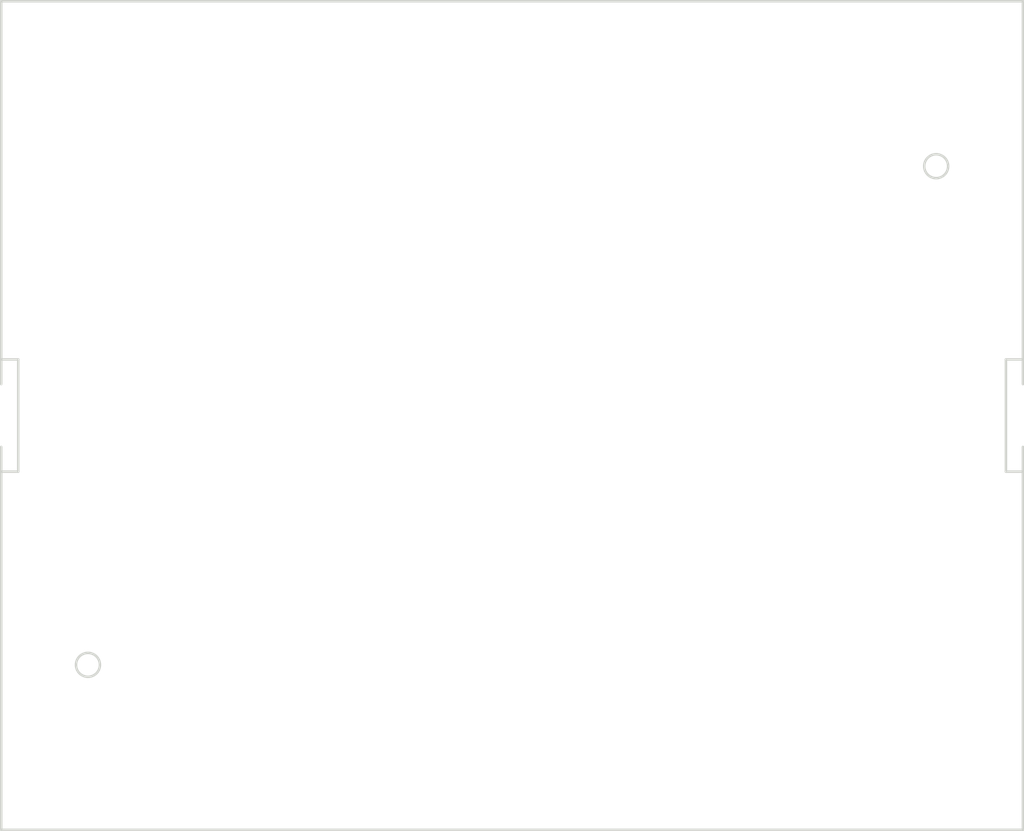
<source format=kicad_pcb>
(kicad_pcb (version 20221018) (generator pcbnew)

  (general
    (thickness 1.6)
  )

  (paper "A4")
  (layers
    (0 "F.Cu" signal)
    (31 "B.Cu" signal)
    (32 "B.Adhes" user "B.Adhesive")
    (33 "F.Adhes" user "F.Adhesive")
    (34 "B.Paste" user)
    (35 "F.Paste" user)
    (36 "B.SilkS" user "B.Silkscreen")
    (37 "F.SilkS" user "F.Silkscreen")
    (38 "B.Mask" user)
    (39 "F.Mask" user)
    (40 "Dwgs.User" user "User.Drawings")
    (41 "Cmts.User" user "User.Comments")
    (42 "Eco1.User" user "User.Eco1")
    (43 "Eco2.User" user "User.Eco2")
    (44 "Edge.Cuts" user)
    (45 "Margin" user)
    (46 "B.CrtYd" user "B.Courtyard")
    (47 "F.CrtYd" user "F.Courtyard")
    (48 "B.Fab" user)
    (49 "F.Fab" user)
    (50 "User.1" user)
    (51 "User.2" user)
    (52 "User.3" user)
    (53 "User.4" user)
    (54 "User.5" user)
    (55 "User.6" user)
    (56 "User.7" user)
    (57 "User.8" user)
    (58 "User.9" user)
  )

  (setup
    (pad_to_mask_clearance 0)
    (pcbplotparams
      (layerselection 0x00010fc_ffffffff)
      (plot_on_all_layers_selection 0x0000000_00000000)
      (disableapertmacros false)
      (usegerberextensions false)
      (usegerberattributes true)
      (usegerberadvancedattributes true)
      (creategerberjobfile true)
      (dashed_line_dash_ratio 12.000000)
      (dashed_line_gap_ratio 3.000000)
      (svgprecision 4)
      (plotframeref false)
      (viasonmask false)
      (mode 1)
      (useauxorigin false)
      (hpglpennumber 1)
      (hpglpenspeed 20)
      (hpglpendiameter 15.000000)
      (dxfpolygonmode true)
      (dxfimperialunits true)
      (dxfusepcbnewfont true)
      (psnegative false)
      (psa4output false)
      (plotreference true)
      (plotvalue true)
      (plotinvisibletext false)
      (sketchpadsonfab false)
      (subtractmaskfromsilk false)
      (outputformat 1)
      (mirror false)
      (drillshape 1)
      (scaleselection 1)
      (outputdirectory "")
    )
  )

  (net 0 "")

  (gr_line (start 165.88 113.56) (end 165.88 75.17)
    (stroke (width 0.25) (type solid)) (layer "Edge.Cuts") (tstamp 003e19d0-bd35-44ab-b241-0f24e28fd823))
  (gr_line (start 164.18 77.645) (end 164.18 66.395)
    (stroke (width 0.25) (type solid)) (layer "Edge.Cuts") (tstamp 16596032-3972-4457-8699-d7f24fdd744c))
  (gr_line (start 164.18 77.645) (end 165.88 77.645)
    (stroke (width 0.25) (type solid)) (layer "Edge.Cuts") (tstamp 19039401-8090-4cec-995e-d0bc53438c02))
  (gr_circle (center 157.19 47.02) (end 158.39 47.02)
    (stroke (width 0.25) (type solid)) (fill none) (layer "Edge.Cuts") (tstamp 2f11aece-73cd-4720-820f-b0ad7c86c2fa))
  (gr_line (start 63.5 30.48) (end 63.5 68.87)
    (stroke (width 0.25) (type solid)) (layer "Edge.Cuts") (tstamp 30d39925-6376-4660-9144-83c8223259aa))
  (gr_circle (center 72.19 97.02) (end 73.39 97.02)
    (stroke (width 0.25) (type solid)) (fill none) (layer "Edge.Cuts") (tstamp 363ba88c-d6a5-4448-ad4b-8acb8806c6d6))
  (gr_line (start 164.18 66.395) (end 165.88 66.395)
    (stroke (width 0.25) (type solid)) (layer "Edge.Cuts") (tstamp 450a8fd8-e502-44de-9333-9e6d055bac86))
  (gr_line (start 165.88 30.48) (end 63.5 30.48)
    (stroke (width 0.25) (type solid)) (layer "Edge.Cuts") (tstamp 66d9c8ed-f8c5-4a2a-a779-6d56c36a5baf))
  (gr_line (start 63.5 113.56) (end 165.88 113.56)
    (stroke (width 0.25) (type solid)) (layer "Edge.Cuts") (tstamp 740952be-0e67-4fc1-989b-61bb51061323))
  (gr_line (start 65.2 77.645) (end 65.2 66.395)
    (stroke (width 0.25) (type solid)) (layer "Edge.Cuts") (tstamp 77368d7a-8cbf-4bce-a8f1-caee442d8b43))
  (gr_line (start 63.5 75.17) (end 63.5 113.56)
    (stroke (width 0.25) (type solid)) (layer "Edge.Cuts") (tstamp 7789d39c-bf81-4fb1-b1d8-506d2fd925e7))
  (gr_line (start 165.88 68.87) (end 165.88 30.48)
    (stroke (width 0.25) (type solid)) (layer "Edge.Cuts") (tstamp e164e65a-462d-4047-8938-ecfbe997e9c8))
  (gr_line (start 65.2 77.645) (end 63.5 77.645)
    (stroke (width 0.25) (type solid)) (layer "Edge.Cuts") (tstamp f6499d65-8720-4007-900b-37b3e68e5478))
  (gr_line (start 65.2 66.395) (end 63.5 66.395)
    (stroke (width 0.25) (type solid)) (layer "Edge.Cuts") (tstamp fac934df-0384-4bed-a406-f0698f00e450))

)

</source>
